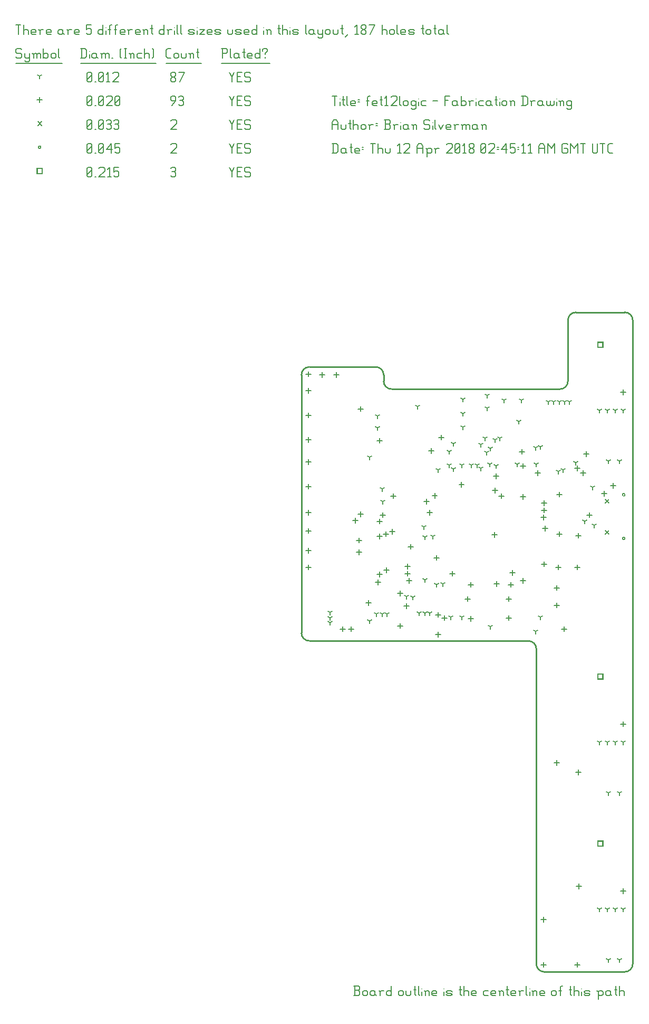
<source format=gbr>
G04 start of page 12 for group -3984 idx -3984 *
G04 Title: fet12logic, fab *
G04 Creator: pcb 20140316 *
G04 CreationDate: Thu 12 Apr 2018 02:45:11 AM GMT UTC *
G04 For: brian *
G04 Format: Gerber/RS-274X *
G04 PCB-Dimensions (mil): 6000.00 5000.00 *
G04 PCB-Coordinate-Origin: lower left *
%MOIN*%
%FSLAX25Y25*%
%LNFAB*%
%ADD133C,0.0100*%
%ADD132C,0.0075*%
%ADD131C,0.0060*%
%ADD130R,0.0080X0.0080*%
G54D130*X367900Y403100D02*X371100D01*
X367900D02*Y399900D01*
X371100D01*
Y403100D02*Y399900D01*
X367900Y193600D02*X371100D01*
X367900D02*Y190400D01*
X371100D01*
Y193600D02*Y190400D01*
X367900Y88100D02*X371100D01*
X367900D02*Y84900D01*
X371100D01*
Y88100D02*Y84900D01*
X13400Y512850D02*X16600D01*
X13400D02*Y509650D01*
X16600D01*
Y512850D02*Y509650D01*
G54D131*X135000Y513500D02*X136500Y510500D01*
X138000Y513500D01*
X136500Y510500D02*Y507500D01*
X139800Y510800D02*X142050D01*
X139800Y507500D02*X142800D01*
X139800Y513500D02*Y507500D01*
Y513500D02*X142800D01*
X147600D02*X148350Y512750D01*
X145350Y513500D02*X147600D01*
X144600Y512750D02*X145350Y513500D01*
X144600Y512750D02*Y511250D01*
X145350Y510500D01*
X147600D01*
X148350Y509750D01*
Y508250D01*
X147600Y507500D02*X148350Y508250D01*
X145350Y507500D02*X147600D01*
X144600Y508250D02*X145350Y507500D01*
X98000Y512750D02*X98750Y513500D01*
X100250D01*
X101000Y512750D01*
X100250Y507500D02*X101000Y508250D01*
X98750Y507500D02*X100250D01*
X98000Y508250D02*X98750Y507500D01*
Y510800D02*X100250D01*
X101000Y512750D02*Y511550D01*
Y510050D02*Y508250D01*
Y510050D02*X100250Y510800D01*
X101000Y511550D02*X100250Y510800D01*
X45000Y508250D02*X45750Y507500D01*
X45000Y512750D02*Y508250D01*
Y512750D02*X45750Y513500D01*
X47250D01*
X48000Y512750D01*
Y508250D01*
X47250Y507500D02*X48000Y508250D01*
X45750Y507500D02*X47250D01*
X45000Y509000D02*X48000Y512000D01*
X49800Y507500D02*X50550D01*
X52350Y512750D02*X53100Y513500D01*
X55350D01*
X56100Y512750D01*
Y511250D01*
X52350Y507500D02*X56100Y511250D01*
X52350Y507500D02*X56100D01*
X57900Y512300D02*X59100Y513500D01*
Y507500D01*
X57900D02*X60150D01*
X61950Y513500D02*X64950D01*
X61950D02*Y510500D01*
X62700Y511250D01*
X64200D01*
X64950Y510500D01*
Y508250D01*
X64200Y507500D02*X64950Y508250D01*
X62700Y507500D02*X64200D01*
X61950Y508250D02*X62700Y507500D01*
X383491Y306780D02*G75*G03X385091Y306780I800J0D01*G01*
G75*G03X383491Y306780I-800J0D01*G01*
Y279220D02*G75*G03X385091Y279220I800J0D01*G01*
G75*G03X383491Y279220I-800J0D01*G01*
X14200Y526250D02*G75*G03X15800Y526250I800J0D01*G01*
G75*G03X14200Y526250I-800J0D01*G01*
X135000Y528500D02*X136500Y525500D01*
X138000Y528500D01*
X136500Y525500D02*Y522500D01*
X139800Y525800D02*X142050D01*
X139800Y522500D02*X142800D01*
X139800Y528500D02*Y522500D01*
Y528500D02*X142800D01*
X147600D02*X148350Y527750D01*
X145350Y528500D02*X147600D01*
X144600Y527750D02*X145350Y528500D01*
X144600Y527750D02*Y526250D01*
X145350Y525500D01*
X147600D01*
X148350Y524750D01*
Y523250D01*
X147600Y522500D02*X148350Y523250D01*
X145350Y522500D02*X147600D01*
X144600Y523250D02*X145350Y522500D01*
X98000Y527750D02*X98750Y528500D01*
X101000D01*
X101750Y527750D01*
Y526250D01*
X98000Y522500D02*X101750Y526250D01*
X98000Y522500D02*X101750D01*
X45000Y523250D02*X45750Y522500D01*
X45000Y527750D02*Y523250D01*
Y527750D02*X45750Y528500D01*
X47250D01*
X48000Y527750D01*
Y523250D01*
X47250Y522500D02*X48000Y523250D01*
X45750Y522500D02*X47250D01*
X45000Y524000D02*X48000Y527000D01*
X49800Y522500D02*X50550D01*
X52350Y523250D02*X53100Y522500D01*
X52350Y527750D02*Y523250D01*
Y527750D02*X53100Y528500D01*
X54600D01*
X55350Y527750D01*
Y523250D01*
X54600Y522500D02*X55350Y523250D01*
X53100Y522500D02*X54600D01*
X52350Y524000D02*X55350Y527000D01*
X57150Y524750D02*X60150Y528500D01*
X57150Y524750D02*X60900D01*
X60150Y528500D02*Y522500D01*
X62700Y528500D02*X65700D01*
X62700D02*Y525500D01*
X63450Y526250D01*
X64950D01*
X65700Y525500D01*
Y523250D01*
X64950Y522500D02*X65700Y523250D01*
X63450Y522500D02*X64950D01*
X62700Y523250D02*X63450Y522500D01*
X372461Y304043D02*X374861Y301643D01*
X372461D02*X374861Y304043D01*
X372461Y284357D02*X374861Y281957D01*
X372461D02*X374861Y284357D01*
X13800Y542450D02*X16200Y540050D01*
X13800D02*X16200Y542450D01*
X135000Y543500D02*X136500Y540500D01*
X138000Y543500D01*
X136500Y540500D02*Y537500D01*
X139800Y540800D02*X142050D01*
X139800Y537500D02*X142800D01*
X139800Y543500D02*Y537500D01*
Y543500D02*X142800D01*
X147600D02*X148350Y542750D01*
X145350Y543500D02*X147600D01*
X144600Y542750D02*X145350Y543500D01*
X144600Y542750D02*Y541250D01*
X145350Y540500D01*
X147600D01*
X148350Y539750D01*
Y538250D01*
X147600Y537500D02*X148350Y538250D01*
X145350Y537500D02*X147600D01*
X144600Y538250D02*X145350Y537500D01*
X98000Y542750D02*X98750Y543500D01*
X101000D01*
X101750Y542750D01*
Y541250D01*
X98000Y537500D02*X101750Y541250D01*
X98000Y537500D02*X101750D01*
X45000Y538250D02*X45750Y537500D01*
X45000Y542750D02*Y538250D01*
Y542750D02*X45750Y543500D01*
X47250D01*
X48000Y542750D01*
Y538250D01*
X47250Y537500D02*X48000Y538250D01*
X45750Y537500D02*X47250D01*
X45000Y539000D02*X48000Y542000D01*
X49800Y537500D02*X50550D01*
X52350Y538250D02*X53100Y537500D01*
X52350Y542750D02*Y538250D01*
Y542750D02*X53100Y543500D01*
X54600D01*
X55350Y542750D01*
Y538250D01*
X54600Y537500D02*X55350Y538250D01*
X53100Y537500D02*X54600D01*
X52350Y539000D02*X55350Y542000D01*
X57150Y542750D02*X57900Y543500D01*
X59400D01*
X60150Y542750D01*
X59400Y537500D02*X60150Y538250D01*
X57900Y537500D02*X59400D01*
X57150Y538250D02*X57900Y537500D01*
Y540800D02*X59400D01*
X60150Y542750D02*Y541550D01*
Y540050D02*Y538250D01*
Y540050D02*X59400Y540800D01*
X60150Y541550D02*X59400Y540800D01*
X61950Y542750D02*X62700Y543500D01*
X64200D01*
X64950Y542750D01*
X64200Y537500D02*X64950Y538250D01*
X62700Y537500D02*X64200D01*
X61950Y538250D02*X62700Y537500D01*
Y540800D02*X64200D01*
X64950Y542750D02*Y541550D01*
Y540050D02*Y538250D01*
Y540050D02*X64200Y540800D01*
X64950Y541550D02*X64200Y540800D01*
X262500Y336100D02*Y332900D01*
X260900Y334500D02*X264100D01*
X362500Y295600D02*Y292400D01*
X360900Y294000D02*X364100D01*
X334000Y298600D02*Y295400D01*
X332400Y297000D02*X335600D01*
X334000Y303100D02*Y299900D01*
X332400Y301500D02*X335600D01*
X343500Y308600D02*Y305400D01*
X341900Y307000D02*X345100D01*
X358500Y322100D02*Y318900D01*
X356900Y320500D02*X360100D01*
X355000Y325100D02*Y321900D01*
X353400Y323500D02*X356600D01*
X333500Y294100D02*Y290900D01*
X331900Y292500D02*X335100D01*
X377500Y314100D02*Y310900D01*
X375900Y312500D02*X379100D01*
X384000Y373100D02*Y369900D01*
X382400Y371500D02*X385600D01*
X372000Y309100D02*Y305900D01*
X370400Y307500D02*X373600D01*
X320000Y335600D02*Y332400D01*
X318400Y334000D02*X321600D01*
X330000Y322100D02*Y318900D01*
X328400Y320500D02*X331600D01*
X320500Y326600D02*Y323400D01*
X318900Y325000D02*X322100D01*
X360500Y334100D02*Y330900D01*
X358900Y332500D02*X362100D01*
X343500Y283600D02*Y280400D01*
X341900Y282000D02*X345100D01*
X343000Y262600D02*Y259400D01*
X341400Y261000D02*X344600D01*
X355500Y282600D02*Y279400D01*
X353900Y281000D02*X357100D01*
X355000Y262600D02*Y259400D01*
X353400Y261000D02*X356600D01*
X334000Y264600D02*Y261400D01*
X332400Y263000D02*X335600D01*
X311500Y242600D02*Y239400D01*
X309900Y241000D02*X313100D01*
X313000Y251600D02*Y248400D01*
X311400Y250000D02*X314600D01*
X311500Y230600D02*Y227400D01*
X309900Y229000D02*X313100D01*
X287500Y251600D02*Y248400D01*
X285900Y250000D02*X289100D01*
X269000Y344600D02*Y341400D01*
X267400Y343000D02*X270600D01*
X281736Y314864D02*Y311664D01*
X280136Y313264D02*X283336D01*
X259500Y304100D02*Y300900D01*
X257900Y302500D02*X261100D01*
X264800Y307800D02*Y304600D01*
X263200Y306200D02*X266400D01*
X238500Y307600D02*Y304400D01*
X236900Y306000D02*X240100D01*
X303500Y320100D02*Y316900D01*
X301900Y318500D02*X305100D01*
X334500Y287100D02*Y283900D01*
X332900Y285500D02*X336100D01*
X248500Y254100D02*Y250900D01*
X246900Y252500D02*X250100D01*
X247500Y258600D02*Y255400D01*
X245900Y257000D02*X249100D01*
X247500Y263100D02*Y259900D01*
X245900Y261500D02*X249100D01*
X266000Y268600D02*Y265400D01*
X264400Y267000D02*X267600D01*
X276000Y258600D02*Y255400D01*
X274400Y257000D02*X277600D01*
X249500Y275600D02*Y272400D01*
X247900Y274000D02*X251100D01*
X303000Y311100D02*Y307900D01*
X301400Y309500D02*X304600D01*
X307000Y307600D02*Y304400D01*
X305400Y306000D02*X308600D01*
X287500Y230100D02*Y226900D01*
X285900Y228500D02*X289100D01*
X285500Y242600D02*Y239400D01*
X283900Y241000D02*X287100D01*
X302500Y283100D02*Y279900D01*
X300900Y281500D02*X304100D01*
X320500Y307100D02*Y303900D01*
X318900Y305500D02*X322100D01*
X314000Y259100D02*Y255900D01*
X312400Y257500D02*X315600D01*
X320500Y254100D02*Y250900D01*
X318900Y252500D02*X322100D01*
X346500Y223600D02*Y220400D01*
X344900Y222000D02*X348100D01*
X342000Y238600D02*Y235400D01*
X340400Y237000D02*X343600D01*
X342000Y249600D02*Y246400D01*
X340400Y248000D02*X343600D01*
X218000Y362600D02*Y359400D01*
X216400Y361000D02*X219600D01*
X230000Y342600D02*Y339400D01*
X228400Y341000D02*X231600D01*
X234280Y260820D02*Y257620D01*
X232680Y259220D02*X235880D01*
X218000Y296100D02*Y292900D01*
X216400Y294500D02*X219600D01*
X214500Y292100D02*Y288900D01*
X212900Y290500D02*X216100D01*
X217000Y279600D02*Y276400D01*
X215400Y278000D02*X218600D01*
X230000Y291600D02*Y288400D01*
X228400Y290000D02*X231600D01*
X217000Y272100D02*Y268900D01*
X215400Y270500D02*X218600D01*
X232000Y295600D02*Y292400D01*
X230400Y294000D02*X233600D01*
X230000Y282100D02*Y278900D01*
X228400Y280500D02*X231600D01*
X234000Y283600D02*Y280400D01*
X232400Y282000D02*X235600D01*
X238000Y285100D02*Y281900D01*
X236400Y283500D02*X239600D01*
X243000Y246100D02*Y242900D01*
X241400Y244500D02*X244600D01*
X223000Y240100D02*Y236900D01*
X221400Y238500D02*X224600D01*
X229000Y253100D02*Y249900D01*
X227400Y251500D02*X230600D01*
X230000Y258100D02*Y254900D01*
X228400Y256500D02*X231600D01*
X384000Y163600D02*Y160400D01*
X382400Y162000D02*X385600D01*
X384000Y58100D02*Y54900D01*
X382400Y56500D02*X385600D01*
X342000Y139100D02*Y135900D01*
X340400Y137500D02*X343600D01*
X356000Y61100D02*Y57900D01*
X354400Y59500D02*X357600D01*
X185000Y384600D02*Y381400D01*
X183400Y383000D02*X186600D01*
X202500Y384100D02*Y380900D01*
X200900Y382500D02*X204100D01*
X193500Y384100D02*Y380900D01*
X191900Y382500D02*X195100D01*
X333500Y11600D02*Y8400D01*
X331900Y10000D02*X335100D01*
X333500Y40100D02*Y36900D01*
X331900Y38500D02*X335100D01*
X355000Y11600D02*Y8400D01*
X353400Y10000D02*X356600D01*
X355500Y133100D02*Y129900D01*
X353900Y131500D02*X357100D01*
X185000Y262600D02*Y259400D01*
X183400Y261000D02*X186600D01*
X185000Y374100D02*Y370900D01*
X183400Y372500D02*X186600D01*
X185000Y358600D02*Y355400D01*
X183400Y357000D02*X186600D01*
X185000Y343100D02*Y339900D01*
X183400Y341500D02*X186600D01*
X185000Y329100D02*Y325900D01*
X183400Y327500D02*X186600D01*
X185000Y313600D02*Y310400D01*
X183400Y312000D02*X186600D01*
X185000Y297100D02*Y293900D01*
X183400Y295500D02*X186600D01*
X185000Y285600D02*Y282400D01*
X183400Y284000D02*X186600D01*
X185000Y273100D02*Y269900D01*
X183400Y271500D02*X186600D01*
X267000Y220100D02*Y216900D01*
X265400Y218500D02*X268600D01*
X206500Y223600D02*Y220400D01*
X204900Y222000D02*X208100D01*
X212000Y223600D02*Y220400D01*
X210400Y222000D02*X213600D01*
X304000Y252100D02*Y248900D01*
X302400Y250500D02*X305600D01*
X261500Y297100D02*Y293900D01*
X259900Y295500D02*X263100D01*
X243000Y225600D02*Y222400D01*
X241400Y224000D02*X244600D01*
X247000Y238100D02*Y234900D01*
X245400Y236500D02*X248600D01*
X271000Y230600D02*Y227400D01*
X269400Y229000D02*X272600D01*
X267000Y232600D02*Y229400D01*
X265400Y231000D02*X268600D01*
X15000Y557850D02*Y554650D01*
X13400Y556250D02*X16600D01*
X135000Y558500D02*X136500Y555500D01*
X138000Y558500D01*
X136500Y555500D02*Y552500D01*
X139800Y555800D02*X142050D01*
X139800Y552500D02*X142800D01*
X139800Y558500D02*Y552500D01*
Y558500D02*X142800D01*
X147600D02*X148350Y557750D01*
X145350Y558500D02*X147600D01*
X144600Y557750D02*X145350Y558500D01*
X144600Y557750D02*Y556250D01*
X145350Y555500D01*
X147600D01*
X148350Y554750D01*
Y553250D01*
X147600Y552500D02*X148350Y553250D01*
X145350Y552500D02*X147600D01*
X144600Y553250D02*X145350Y552500D01*
X98750D02*X101000Y555500D01*
Y557750D02*Y555500D01*
X100250Y558500D02*X101000Y557750D01*
X98750Y558500D02*X100250D01*
X98000Y557750D02*X98750Y558500D01*
X98000Y557750D02*Y556250D01*
X98750Y555500D01*
X101000D01*
X102800Y557750D02*X103550Y558500D01*
X105050D01*
X105800Y557750D01*
X105050Y552500D02*X105800Y553250D01*
X103550Y552500D02*X105050D01*
X102800Y553250D02*X103550Y552500D01*
Y555800D02*X105050D01*
X105800Y557750D02*Y556550D01*
Y555050D02*Y553250D01*
Y555050D02*X105050Y555800D01*
X105800Y556550D02*X105050Y555800D01*
X45000Y553250D02*X45750Y552500D01*
X45000Y557750D02*Y553250D01*
Y557750D02*X45750Y558500D01*
X47250D01*
X48000Y557750D01*
Y553250D01*
X47250Y552500D02*X48000Y553250D01*
X45750Y552500D02*X47250D01*
X45000Y554000D02*X48000Y557000D01*
X49800Y552500D02*X50550D01*
X52350Y553250D02*X53100Y552500D01*
X52350Y557750D02*Y553250D01*
Y557750D02*X53100Y558500D01*
X54600D01*
X55350Y557750D01*
Y553250D01*
X54600Y552500D02*X55350Y553250D01*
X53100Y552500D02*X54600D01*
X52350Y554000D02*X55350Y557000D01*
X57150Y557750D02*X57900Y558500D01*
X60150D01*
X60900Y557750D01*
Y556250D01*
X57150Y552500D02*X60900Y556250D01*
X57150Y552500D02*X60900D01*
X62700Y553250D02*X63450Y552500D01*
X62700Y557750D02*Y553250D01*
Y557750D02*X63450Y558500D01*
X64950D01*
X65700Y557750D01*
Y553250D01*
X64950Y552500D02*X65700Y553250D01*
X63450Y552500D02*X64950D01*
X62700Y554000D02*X65700Y557000D01*
X365500Y287500D02*Y285900D01*
Y287500D02*X366887Y288300D01*
X365500Y287500D02*X364113Y288300D01*
X359500Y290000D02*Y288400D01*
Y290000D02*X360887Y290800D01*
X359500Y290000D02*X358113Y290800D01*
X343000Y321500D02*Y319900D01*
Y321500D02*X344387Y322300D01*
X343000Y321500D02*X341613Y322300D01*
X364500Y311500D02*Y309900D01*
Y311500D02*X365887Y312300D01*
X364500Y311500D02*X363113Y312300D01*
X346000Y322500D02*Y320900D01*
Y322500D02*X347387Y323300D01*
X346000Y322500D02*X344613Y323300D01*
X354000Y327000D02*Y325400D01*
Y327000D02*X355387Y327800D01*
X354000Y327000D02*X352613Y327800D01*
X384000Y360000D02*Y358400D01*
Y360000D02*X385387Y360800D01*
X384000Y360000D02*X382613Y360800D01*
X379000Y360000D02*Y358400D01*
Y360000D02*X380387Y360800D01*
X379000Y360000D02*X377613Y360800D01*
X374500Y328000D02*Y326400D01*
Y328000D02*X375887Y328800D01*
X374500Y328000D02*X373113Y328800D01*
X381500Y328000D02*Y326400D01*
Y328000D02*X382887Y328800D01*
X381500Y328000D02*X380113Y328800D01*
X374000Y360000D02*Y358400D01*
Y360000D02*X375387Y360800D01*
X374000Y360000D02*X372613Y360800D01*
X369000Y360000D02*Y358400D01*
Y360000D02*X370387Y360800D01*
X369000Y360000D02*X367613Y360800D01*
X276500Y339000D02*Y337400D01*
Y339000D02*X277887Y339800D01*
X276500Y339000D02*X275113Y339800D01*
X282500Y349500D02*Y347900D01*
Y349500D02*X283887Y350300D01*
X282500Y349500D02*X281113Y350300D01*
X331500Y337000D02*Y335400D01*
Y337000D02*X332887Y337800D01*
X331500Y337000D02*X330113Y337800D01*
X318000Y353000D02*Y351400D01*
Y353000D02*X319387Y353800D01*
X318000Y353000D02*X316613Y353800D01*
X308500Y366500D02*Y364900D01*
Y366500D02*X309887Y367300D01*
X308500Y366500D02*X307113Y367300D01*
X298000Y369500D02*Y367900D01*
Y369500D02*X299387Y370300D01*
X298000Y369500D02*X296613Y370300D01*
X298000Y361500D02*Y359900D01*
Y361500D02*X299387Y362300D01*
X298000Y361500D02*X296613Y362300D01*
X319500Y366500D02*Y364900D01*
Y366500D02*X320887Y367300D01*
X319500Y366500D02*X318113Y367300D01*
X340000Y365500D02*Y363900D01*
Y365500D02*X341387Y366300D01*
X340000Y365500D02*X338613Y366300D01*
X343500Y365500D02*Y363900D01*
Y365500D02*X344887Y366300D01*
X343500Y365500D02*X342113Y366300D01*
X347000Y365500D02*Y363900D01*
Y365500D02*X348387Y366300D01*
X347000Y365500D02*X345613Y366300D01*
X350000Y365500D02*Y363900D01*
Y365500D02*X351387Y366300D01*
X350000Y365500D02*X348613Y366300D01*
X329000Y326000D02*Y324400D01*
Y326000D02*X330387Y326800D01*
X329000Y326000D02*X327613Y326800D01*
X336500Y365500D02*Y363900D01*
Y365500D02*X337887Y366300D01*
X336500Y365500D02*X335113Y366300D01*
X282500Y367000D02*Y365400D01*
Y367000D02*X283887Y367800D01*
X282500Y367000D02*X281113Y367800D01*
X297500Y333500D02*Y331900D01*
Y333500D02*X298887Y334300D01*
X297500Y333500D02*X296113Y334300D01*
X303000Y341500D02*Y339900D01*
Y341500D02*X304387Y342300D01*
X303000Y341500D02*X301613Y342300D01*
X306000Y342500D02*Y340900D01*
Y342500D02*X307387Y343300D01*
X306000Y342500D02*X304613Y343300D01*
X299500Y326000D02*Y324400D01*
Y326000D02*X300887Y326800D01*
X299500Y326000D02*X298113Y326800D01*
X328500Y336500D02*Y334900D01*
Y336500D02*X329887Y337300D01*
X328500Y336500D02*X327113Y337300D01*
X317000Y326000D02*Y324400D01*
Y326000D02*X318387Y326800D01*
X317000Y326000D02*X315613Y326800D01*
X291500Y325500D02*Y323900D01*
Y325500D02*X292887Y326300D01*
X291500Y325500D02*X290113Y326300D01*
X296500Y342500D02*Y340900D01*
Y342500D02*X297887Y343300D01*
X296500Y342500D02*X295113Y343300D01*
X300000Y336000D02*Y334400D01*
Y336000D02*X301387Y336800D01*
X300000Y336000D02*X298613Y336800D01*
X294000Y338500D02*Y336900D01*
Y338500D02*X295387Y339300D01*
X294000Y338500D02*X292613Y339300D01*
X282500Y358000D02*Y356400D01*
Y358000D02*X283887Y358800D01*
X282500Y358000D02*X281113Y358800D01*
X254000Y362500D02*Y360900D01*
Y362500D02*X255387Y363300D01*
X254000Y362500D02*X252613Y363300D01*
X294000Y323500D02*Y321900D01*
Y323500D02*X295387Y324300D01*
X294000Y323500D02*X292613Y324300D01*
X288000Y325500D02*Y323900D01*
Y325500D02*X289387Y326300D01*
X288000Y325500D02*X286613Y326300D01*
X282000Y325500D02*Y323900D01*
Y325500D02*X283387Y326300D01*
X282000Y325500D02*X280613Y326300D01*
X258500Y280000D02*Y278400D01*
Y280000D02*X259887Y280800D01*
X258500Y280000D02*X257113Y280800D01*
X274000Y334000D02*Y332400D01*
Y334000D02*X275387Y334800D01*
X274000Y334000D02*X272613Y334800D01*
X274000Y325500D02*Y323900D01*
Y325500D02*X275387Y326300D01*
X274000Y325500D02*X272613Y326300D01*
X267000Y322500D02*Y320900D01*
Y322500D02*X268387Y323300D01*
X267000Y322500D02*X265613Y323300D01*
X276500Y323000D02*Y321400D01*
Y323000D02*X277887Y323800D01*
X276500Y323000D02*X275113Y323800D01*
X231500Y310500D02*Y308900D01*
Y310500D02*X232887Y311300D01*
X231500Y310500D02*X230113Y311300D01*
X232000Y302500D02*Y300900D01*
Y302500D02*X233387Y303300D01*
X232000Y302500D02*X230613Y303300D01*
X303500Y325000D02*Y323400D01*
Y325000D02*X304887Y325800D01*
X303500Y325000D02*X302113Y325800D01*
X328500Y220500D02*Y218900D01*
Y220500D02*X329887Y221300D01*
X328500Y220500D02*X327113Y221300D01*
X331500Y229500D02*Y227900D01*
Y229500D02*X332887Y230300D01*
X331500Y229500D02*X330113Y230300D01*
X258500Y253000D02*Y251400D01*
Y253000D02*X259887Y253800D01*
X258500Y253000D02*X257113Y253800D01*
X258000Y286500D02*Y284900D01*
Y286500D02*X259387Y287300D01*
X258000Y286500D02*X256613Y287300D01*
X270000Y250500D02*Y248900D01*
Y250500D02*X271387Y251300D01*
X270000Y250500D02*X268613Y251300D01*
X265989Y249989D02*Y248389D01*
Y249989D02*X267376Y250789D01*
X265989Y249989D02*X264602Y250789D01*
X263500Y280500D02*Y278900D01*
Y280500D02*X264887Y281300D01*
X263500Y280500D02*X262113Y281300D01*
X282000Y229500D02*Y227900D01*
Y229500D02*X283387Y230300D01*
X282000Y229500D02*X280613Y230300D01*
X275000Y229500D02*Y227900D01*
Y229500D02*X276387Y230300D01*
X275000Y229500D02*X273613Y230300D01*
X228500Y349000D02*Y347400D01*
Y349000D02*X229887Y349800D01*
X228500Y349000D02*X227113Y349800D01*
X228500Y356500D02*Y354900D01*
Y356500D02*X229887Y357300D01*
X228500Y356500D02*X227113Y357300D01*
X223500Y330500D02*Y328900D01*
Y330500D02*X224887Y331300D01*
X223500Y330500D02*X222113Y331300D01*
X384000Y150500D02*Y148900D01*
Y150500D02*X385387Y151300D01*
X384000Y150500D02*X382613Y151300D01*
X379000Y150500D02*Y148900D01*
Y150500D02*X380387Y151300D01*
X379000Y150500D02*X377613Y151300D01*
X374500Y118500D02*Y116900D01*
Y118500D02*X375887Y119300D01*
X374500Y118500D02*X373113Y119300D01*
X381500Y118500D02*Y116900D01*
Y118500D02*X382887Y119300D01*
X381500Y118500D02*X380113Y119300D01*
X374000Y150500D02*Y148900D01*
Y150500D02*X375387Y151300D01*
X374000Y150500D02*X372613Y151300D01*
X369000Y150500D02*Y148900D01*
Y150500D02*X370387Y151300D01*
X369000Y150500D02*X367613Y151300D01*
X384000Y45000D02*Y43400D01*
Y45000D02*X385387Y45800D01*
X384000Y45000D02*X382613Y45800D01*
X379000Y45000D02*Y43400D01*
Y45000D02*X380387Y45800D01*
X379000Y45000D02*X377613Y45800D01*
X374500Y13000D02*Y11400D01*
Y13000D02*X375887Y13800D01*
X374500Y13000D02*X373113Y13800D01*
X381500Y13000D02*Y11400D01*
Y13000D02*X382887Y13800D01*
X381500Y13000D02*X380113Y13800D01*
X374000Y45000D02*Y43400D01*
Y45000D02*X375387Y45800D01*
X374000Y45000D02*X372613Y45800D01*
X369000Y45000D02*Y43400D01*
Y45000D02*X370387Y45800D01*
X369000Y45000D02*X367613Y45800D01*
X223500Y227000D02*Y225400D01*
Y227000D02*X224887Y227800D01*
X223500Y227000D02*X222113Y227800D01*
X261500Y232000D02*Y230400D01*
Y232000D02*X262887Y232800D01*
X261500Y232000D02*X260113Y232800D01*
X258500Y232000D02*Y230400D01*
Y232000D02*X259887Y232800D01*
X258500Y232000D02*X257113Y232800D01*
X255000Y232000D02*Y230400D01*
Y232000D02*X256387Y232800D01*
X255000Y232000D02*X253613Y232800D01*
X234500Y231500D02*Y229900D01*
Y231500D02*X235887Y232300D01*
X234500Y231500D02*X233113Y232300D01*
X231500Y231500D02*Y229900D01*
Y231500D02*X232887Y232300D01*
X231500Y231500D02*X230113Y232300D01*
X228000Y231500D02*Y229900D01*
Y231500D02*X229387Y232300D01*
X228000Y231500D02*X226613Y232300D01*
X251000Y242000D02*Y240400D01*
Y242000D02*X252387Y242800D01*
X251000Y242000D02*X249613Y242800D01*
X300000Y223500D02*Y221900D01*
Y223500D02*X301387Y224300D01*
X300000Y223500D02*X298613Y224300D01*
X247000Y242500D02*Y240900D01*
Y242500D02*X248387Y243300D01*
X247000Y242500D02*X245613Y243300D01*
X198500Y226000D02*Y224400D01*
Y226000D02*X199887Y226800D01*
X198500Y226000D02*X197113Y226800D01*
X198500Y229000D02*Y227400D01*
Y229000D02*X199887Y229800D01*
X198500Y229000D02*X197113Y229800D01*
X198500Y232500D02*Y230900D01*
Y232500D02*X199887Y233300D01*
X198500Y232500D02*X197113Y233300D01*
X15000Y571250D02*Y569650D01*
Y571250D02*X16387Y572050D01*
X15000Y571250D02*X13613Y572050D01*
X135000Y573500D02*X136500Y570500D01*
X138000Y573500D01*
X136500Y570500D02*Y567500D01*
X139800Y570800D02*X142050D01*
X139800Y567500D02*X142800D01*
X139800Y573500D02*Y567500D01*
Y573500D02*X142800D01*
X147600D02*X148350Y572750D01*
X145350Y573500D02*X147600D01*
X144600Y572750D02*X145350Y573500D01*
X144600Y572750D02*Y571250D01*
X145350Y570500D01*
X147600D01*
X148350Y569750D01*
Y568250D01*
X147600Y567500D02*X148350Y568250D01*
X145350Y567500D02*X147600D01*
X144600Y568250D02*X145350Y567500D01*
X98000Y568250D02*X98750Y567500D01*
X98000Y569450D02*Y568250D01*
Y569450D02*X99050Y570500D01*
X99950D01*
X101000Y569450D01*
Y568250D01*
X100250Y567500D02*X101000Y568250D01*
X98750Y567500D02*X100250D01*
X98000Y571550D02*X99050Y570500D01*
X98000Y572750D02*Y571550D01*
Y572750D02*X98750Y573500D01*
X100250D01*
X101000Y572750D01*
Y571550D01*
X99950Y570500D02*X101000Y571550D01*
X103550Y567500D02*X106550Y573500D01*
X102800D02*X106550D01*
X45000Y568250D02*X45750Y567500D01*
X45000Y572750D02*Y568250D01*
Y572750D02*X45750Y573500D01*
X47250D01*
X48000Y572750D01*
Y568250D01*
X47250Y567500D02*X48000Y568250D01*
X45750Y567500D02*X47250D01*
X45000Y569000D02*X48000Y572000D01*
X49800Y567500D02*X50550D01*
X52350Y568250D02*X53100Y567500D01*
X52350Y572750D02*Y568250D01*
Y572750D02*X53100Y573500D01*
X54600D01*
X55350Y572750D01*
Y568250D01*
X54600Y567500D02*X55350Y568250D01*
X53100Y567500D02*X54600D01*
X52350Y569000D02*X55350Y572000D01*
X57150Y572300D02*X58350Y573500D01*
Y567500D01*
X57150D02*X59400D01*
X61200Y572750D02*X61950Y573500D01*
X64200D01*
X64950Y572750D01*
Y571250D01*
X61200Y567500D02*X64950Y571250D01*
X61200Y567500D02*X64950D01*
X3000Y588500D02*X3750Y587750D01*
X750Y588500D02*X3000D01*
X0Y587750D02*X750Y588500D01*
X0Y587750D02*Y586250D01*
X750Y585500D01*
X3000D01*
X3750Y584750D01*
Y583250D01*
X3000Y582500D02*X3750Y583250D01*
X750Y582500D02*X3000D01*
X0Y583250D02*X750Y582500D01*
X5550Y585500D02*Y583250D01*
X6300Y582500D01*
X8550Y585500D02*Y581000D01*
X7800Y580250D02*X8550Y581000D01*
X6300Y580250D02*X7800D01*
X5550Y581000D02*X6300Y580250D01*
Y582500D02*X7800D01*
X8550Y583250D01*
X11100Y584750D02*Y582500D01*
Y584750D02*X11850Y585500D01*
X12600D01*
X13350Y584750D01*
Y582500D01*
Y584750D02*X14100Y585500D01*
X14850D01*
X15600Y584750D01*
Y582500D01*
X10350Y585500D02*X11100Y584750D01*
X17400Y588500D02*Y582500D01*
Y583250D02*X18150Y582500D01*
X19650D01*
X20400Y583250D01*
Y584750D02*Y583250D01*
X19650Y585500D02*X20400Y584750D01*
X18150Y585500D02*X19650D01*
X17400Y584750D02*X18150Y585500D01*
X22200Y584750D02*Y583250D01*
Y584750D02*X22950Y585500D01*
X24450D01*
X25200Y584750D01*
Y583250D01*
X24450Y582500D02*X25200Y583250D01*
X22950Y582500D02*X24450D01*
X22200Y583250D02*X22950Y582500D01*
X27000Y588500D02*Y583250D01*
X27750Y582500D01*
X0Y579250D02*X29250D01*
X41750Y588500D02*Y582500D01*
X43700Y588500D02*X44750Y587450D01*
Y583550D01*
X43700Y582500D02*X44750Y583550D01*
X41000Y582500D02*X43700D01*
X41000Y588500D02*X43700D01*
G54D132*X46550Y587000D02*Y586850D01*
G54D131*Y584750D02*Y582500D01*
X50300Y585500D02*X51050Y584750D01*
X48800Y585500D02*X50300D01*
X48050Y584750D02*X48800Y585500D01*
X48050Y584750D02*Y583250D01*
X48800Y582500D01*
X51050Y585500D02*Y583250D01*
X51800Y582500D01*
X48800D02*X50300D01*
X51050Y583250D01*
X54350Y584750D02*Y582500D01*
Y584750D02*X55100Y585500D01*
X55850D01*
X56600Y584750D01*
Y582500D01*
Y584750D02*X57350Y585500D01*
X58100D01*
X58850Y584750D01*
Y582500D01*
X53600Y585500D02*X54350Y584750D01*
X60650Y582500D02*X61400D01*
X65900Y583250D02*X66650Y582500D01*
X65900Y587750D02*X66650Y588500D01*
X65900Y587750D02*Y583250D01*
X68450Y588500D02*X69950D01*
X69200D02*Y582500D01*
X68450D02*X69950D01*
X72500Y584750D02*Y582500D01*
Y584750D02*X73250Y585500D01*
X74000D01*
X74750Y584750D01*
Y582500D01*
X71750Y585500D02*X72500Y584750D01*
X77300Y585500D02*X79550D01*
X76550Y584750D02*X77300Y585500D01*
X76550Y584750D02*Y583250D01*
X77300Y582500D01*
X79550D01*
X81350Y588500D02*Y582500D01*
Y584750D02*X82100Y585500D01*
X83600D01*
X84350Y584750D01*
Y582500D01*
X86150Y588500D02*X86900Y587750D01*
Y583250D01*
X86150Y582500D02*X86900Y583250D01*
X41000Y579250D02*X88700D01*
X96050Y582500D02*X98000D01*
X95000Y583550D02*X96050Y582500D01*
X95000Y587450D02*Y583550D01*
Y587450D02*X96050Y588500D01*
X98000D01*
X99800Y584750D02*Y583250D01*
Y584750D02*X100550Y585500D01*
X102050D01*
X102800Y584750D01*
Y583250D01*
X102050Y582500D02*X102800Y583250D01*
X100550Y582500D02*X102050D01*
X99800Y583250D02*X100550Y582500D01*
X104600Y585500D02*Y583250D01*
X105350Y582500D01*
X106850D01*
X107600Y583250D01*
Y585500D02*Y583250D01*
X110150Y584750D02*Y582500D01*
Y584750D02*X110900Y585500D01*
X111650D01*
X112400Y584750D01*
Y582500D01*
X109400Y585500D02*X110150Y584750D01*
X114950Y588500D02*Y583250D01*
X115700Y582500D01*
X114200Y586250D02*X115700D01*
X95000Y579250D02*X117200D01*
X130750Y588500D02*Y582500D01*
X130000Y588500D02*X133000D01*
X133750Y587750D01*
Y586250D01*
X133000Y585500D02*X133750Y586250D01*
X130750Y585500D02*X133000D01*
X135550Y588500D02*Y583250D01*
X136300Y582500D01*
X140050Y585500D02*X140800Y584750D01*
X138550Y585500D02*X140050D01*
X137800Y584750D02*X138550Y585500D01*
X137800Y584750D02*Y583250D01*
X138550Y582500D01*
X140800Y585500D02*Y583250D01*
X141550Y582500D01*
X138550D02*X140050D01*
X140800Y583250D01*
X144100Y588500D02*Y583250D01*
X144850Y582500D01*
X143350Y586250D02*X144850D01*
X147100Y582500D02*X149350D01*
X146350Y583250D02*X147100Y582500D01*
X146350Y584750D02*Y583250D01*
Y584750D02*X147100Y585500D01*
X148600D01*
X149350Y584750D01*
X146350Y584000D02*X149350D01*
Y584750D02*Y584000D01*
X154150Y588500D02*Y582500D01*
X153400D02*X154150Y583250D01*
X151900Y582500D02*X153400D01*
X151150Y583250D02*X151900Y582500D01*
X151150Y584750D02*Y583250D01*
Y584750D02*X151900Y585500D01*
X153400D01*
X154150Y584750D01*
X157450Y585500D02*Y584750D01*
Y583250D02*Y582500D01*
X155950Y587750D02*Y587000D01*
Y587750D02*X156700Y588500D01*
X158200D01*
X158950Y587750D01*
Y587000D01*
X157450Y585500D02*X158950Y587000D01*
X130000Y579250D02*X160750D01*
X0Y603500D02*X3000D01*
X1500D02*Y597500D01*
X4800Y603500D02*Y597500D01*
Y599750D02*X5550Y600500D01*
X7050D01*
X7800Y599750D01*
Y597500D01*
X10350D02*X12600D01*
X9600Y598250D02*X10350Y597500D01*
X9600Y599750D02*Y598250D01*
Y599750D02*X10350Y600500D01*
X11850D01*
X12600Y599750D01*
X9600Y599000D02*X12600D01*
Y599750D02*Y599000D01*
X15150Y599750D02*Y597500D01*
Y599750D02*X15900Y600500D01*
X17400D01*
X14400D02*X15150Y599750D01*
X19950Y597500D02*X22200D01*
X19200Y598250D02*X19950Y597500D01*
X19200Y599750D02*Y598250D01*
Y599750D02*X19950Y600500D01*
X21450D01*
X22200Y599750D01*
X19200Y599000D02*X22200D01*
Y599750D02*Y599000D01*
X28950Y600500D02*X29700Y599750D01*
X27450Y600500D02*X28950D01*
X26700Y599750D02*X27450Y600500D01*
X26700Y599750D02*Y598250D01*
X27450Y597500D01*
X29700Y600500D02*Y598250D01*
X30450Y597500D01*
X27450D02*X28950D01*
X29700Y598250D01*
X33000Y599750D02*Y597500D01*
Y599750D02*X33750Y600500D01*
X35250D01*
X32250D02*X33000Y599750D01*
X37800Y597500D02*X40050D01*
X37050Y598250D02*X37800Y597500D01*
X37050Y599750D02*Y598250D01*
Y599750D02*X37800Y600500D01*
X39300D01*
X40050Y599750D01*
X37050Y599000D02*X40050D01*
Y599750D02*Y599000D01*
X44550Y603500D02*X47550D01*
X44550D02*Y600500D01*
X45300Y601250D01*
X46800D01*
X47550Y600500D01*
Y598250D01*
X46800Y597500D02*X47550Y598250D01*
X45300Y597500D02*X46800D01*
X44550Y598250D02*X45300Y597500D01*
X55050Y603500D02*Y597500D01*
X54300D02*X55050Y598250D01*
X52800Y597500D02*X54300D01*
X52050Y598250D02*X52800Y597500D01*
X52050Y599750D02*Y598250D01*
Y599750D02*X52800Y600500D01*
X54300D01*
X55050Y599750D01*
G54D132*X56850Y602000D02*Y601850D01*
G54D131*Y599750D02*Y597500D01*
X59100Y602750D02*Y597500D01*
Y602750D02*X59850Y603500D01*
X60600D01*
X58350Y600500D02*X59850D01*
X62850Y602750D02*Y597500D01*
Y602750D02*X63600Y603500D01*
X64350D01*
X62100Y600500D02*X63600D01*
X66600Y597500D02*X68850D01*
X65850Y598250D02*X66600Y597500D01*
X65850Y599750D02*Y598250D01*
Y599750D02*X66600Y600500D01*
X68100D01*
X68850Y599750D01*
X65850Y599000D02*X68850D01*
Y599750D02*Y599000D01*
X71400Y599750D02*Y597500D01*
Y599750D02*X72150Y600500D01*
X73650D01*
X70650D02*X71400Y599750D01*
X76200Y597500D02*X78450D01*
X75450Y598250D02*X76200Y597500D01*
X75450Y599750D02*Y598250D01*
Y599750D02*X76200Y600500D01*
X77700D01*
X78450Y599750D01*
X75450Y599000D02*X78450D01*
Y599750D02*Y599000D01*
X81000Y599750D02*Y597500D01*
Y599750D02*X81750Y600500D01*
X82500D01*
X83250Y599750D01*
Y597500D01*
X80250Y600500D02*X81000Y599750D01*
X85800Y603500D02*Y598250D01*
X86550Y597500D01*
X85050Y601250D02*X86550D01*
X93750Y603500D02*Y597500D01*
X93000D02*X93750Y598250D01*
X91500Y597500D02*X93000D01*
X90750Y598250D02*X91500Y597500D01*
X90750Y599750D02*Y598250D01*
Y599750D02*X91500Y600500D01*
X93000D01*
X93750Y599750D01*
X96300D02*Y597500D01*
Y599750D02*X97050Y600500D01*
X98550D01*
X95550D02*X96300Y599750D01*
G54D132*X100350Y602000D02*Y601850D01*
G54D131*Y599750D02*Y597500D01*
X101850Y603500D02*Y598250D01*
X102600Y597500D01*
X104100Y603500D02*Y598250D01*
X104850Y597500D01*
X109800D02*X112050D01*
X112800Y598250D01*
X112050Y599000D02*X112800Y598250D01*
X109800Y599000D02*X112050D01*
X109050Y599750D02*X109800Y599000D01*
X109050Y599750D02*X109800Y600500D01*
X112050D01*
X112800Y599750D01*
X109050Y598250D02*X109800Y597500D01*
G54D132*X114600Y602000D02*Y601850D01*
G54D131*Y599750D02*Y597500D01*
X116100Y600500D02*X119100D01*
X116100Y597500D02*X119100Y600500D01*
X116100Y597500D02*X119100D01*
X121650D02*X123900D01*
X120900Y598250D02*X121650Y597500D01*
X120900Y599750D02*Y598250D01*
Y599750D02*X121650Y600500D01*
X123150D01*
X123900Y599750D01*
X120900Y599000D02*X123900D01*
Y599750D02*Y599000D01*
X126450Y597500D02*X128700D01*
X129450Y598250D01*
X128700Y599000D02*X129450Y598250D01*
X126450Y599000D02*X128700D01*
X125700Y599750D02*X126450Y599000D01*
X125700Y599750D02*X126450Y600500D01*
X128700D01*
X129450Y599750D01*
X125700Y598250D02*X126450Y597500D01*
X133950Y600500D02*Y598250D01*
X134700Y597500D01*
X136200D01*
X136950Y598250D01*
Y600500D02*Y598250D01*
X139500Y597500D02*X141750D01*
X142500Y598250D01*
X141750Y599000D02*X142500Y598250D01*
X139500Y599000D02*X141750D01*
X138750Y599750D02*X139500Y599000D01*
X138750Y599750D02*X139500Y600500D01*
X141750D01*
X142500Y599750D01*
X138750Y598250D02*X139500Y597500D01*
X145050D02*X147300D01*
X144300Y598250D02*X145050Y597500D01*
X144300Y599750D02*Y598250D01*
Y599750D02*X145050Y600500D01*
X146550D01*
X147300Y599750D01*
X144300Y599000D02*X147300D01*
Y599750D02*Y599000D01*
X152100Y603500D02*Y597500D01*
X151350D02*X152100Y598250D01*
X149850Y597500D02*X151350D01*
X149100Y598250D02*X149850Y597500D01*
X149100Y599750D02*Y598250D01*
Y599750D02*X149850Y600500D01*
X151350D01*
X152100Y599750D01*
G54D132*X156600Y602000D02*Y601850D01*
G54D131*Y599750D02*Y597500D01*
X158850Y599750D02*Y597500D01*
Y599750D02*X159600Y600500D01*
X160350D01*
X161100Y599750D01*
Y597500D01*
X158100Y600500D02*X158850Y599750D01*
X166350Y603500D02*Y598250D01*
X167100Y597500D01*
X165600Y601250D02*X167100D01*
X168600Y603500D02*Y597500D01*
Y599750D02*X169350Y600500D01*
X170850D01*
X171600Y599750D01*
Y597500D01*
G54D132*X173400Y602000D02*Y601850D01*
G54D131*Y599750D02*Y597500D01*
X175650D02*X177900D01*
X178650Y598250D01*
X177900Y599000D02*X178650Y598250D01*
X175650Y599000D02*X177900D01*
X174900Y599750D02*X175650Y599000D01*
X174900Y599750D02*X175650Y600500D01*
X177900D01*
X178650Y599750D01*
X174900Y598250D02*X175650Y597500D01*
X183150Y603500D02*Y598250D01*
X183900Y597500D01*
X187650Y600500D02*X188400Y599750D01*
X186150Y600500D02*X187650D01*
X185400Y599750D02*X186150Y600500D01*
X185400Y599750D02*Y598250D01*
X186150Y597500D01*
X188400Y600500D02*Y598250D01*
X189150Y597500D01*
X186150D02*X187650D01*
X188400Y598250D01*
X190950Y600500D02*Y598250D01*
X191700Y597500D01*
X193950Y600500D02*Y596000D01*
X193200Y595250D02*X193950Y596000D01*
X191700Y595250D02*X193200D01*
X190950Y596000D02*X191700Y595250D01*
Y597500D02*X193200D01*
X193950Y598250D01*
X195750Y599750D02*Y598250D01*
Y599750D02*X196500Y600500D01*
X198000D01*
X198750Y599750D01*
Y598250D01*
X198000Y597500D02*X198750Y598250D01*
X196500Y597500D02*X198000D01*
X195750Y598250D02*X196500Y597500D01*
X200550Y600500D02*Y598250D01*
X201300Y597500D01*
X202800D01*
X203550Y598250D01*
Y600500D02*Y598250D01*
X206100Y603500D02*Y598250D01*
X206850Y597500D01*
X205350Y601250D02*X206850D01*
X208350Y596000D02*X209850Y597500D01*
X214350Y602300D02*X215550Y603500D01*
Y597500D01*
X214350D02*X216600D01*
X218400Y598250D02*X219150Y597500D01*
X218400Y599450D02*Y598250D01*
Y599450D02*X219450Y600500D01*
X220350D01*
X221400Y599450D01*
Y598250D01*
X220650Y597500D02*X221400Y598250D01*
X219150Y597500D02*X220650D01*
X218400Y601550D02*X219450Y600500D01*
X218400Y602750D02*Y601550D01*
Y602750D02*X219150Y603500D01*
X220650D01*
X221400Y602750D01*
Y601550D01*
X220350Y600500D02*X221400Y601550D01*
X223950Y597500D02*X226950Y603500D01*
X223200D02*X226950D01*
X231450D02*Y597500D01*
Y599750D02*X232200Y600500D01*
X233700D01*
X234450Y599750D01*
Y597500D01*
X236250Y599750D02*Y598250D01*
Y599750D02*X237000Y600500D01*
X238500D01*
X239250Y599750D01*
Y598250D01*
X238500Y597500D02*X239250Y598250D01*
X237000Y597500D02*X238500D01*
X236250Y598250D02*X237000Y597500D01*
X241050Y603500D02*Y598250D01*
X241800Y597500D01*
X244050D02*X246300D01*
X243300Y598250D02*X244050Y597500D01*
X243300Y599750D02*Y598250D01*
Y599750D02*X244050Y600500D01*
X245550D01*
X246300Y599750D01*
X243300Y599000D02*X246300D01*
Y599750D02*Y599000D01*
X248850Y597500D02*X251100D01*
X251850Y598250D01*
X251100Y599000D02*X251850Y598250D01*
X248850Y599000D02*X251100D01*
X248100Y599750D02*X248850Y599000D01*
X248100Y599750D02*X248850Y600500D01*
X251100D01*
X251850Y599750D01*
X248100Y598250D02*X248850Y597500D01*
X257100Y603500D02*Y598250D01*
X257850Y597500D01*
X256350Y601250D02*X257850D01*
X259350Y599750D02*Y598250D01*
Y599750D02*X260100Y600500D01*
X261600D01*
X262350Y599750D01*
Y598250D01*
X261600Y597500D02*X262350Y598250D01*
X260100Y597500D02*X261600D01*
X259350Y598250D02*X260100Y597500D01*
X264900Y603500D02*Y598250D01*
X265650Y597500D01*
X264150Y601250D02*X265650D01*
X269400Y600500D02*X270150Y599750D01*
X267900Y600500D02*X269400D01*
X267150Y599750D02*X267900Y600500D01*
X267150Y599750D02*Y598250D01*
X267900Y597500D01*
X270150Y600500D02*Y598250D01*
X270900Y597500D01*
X267900D02*X269400D01*
X270150Y598250D01*
X272700Y603500D02*Y598250D01*
X273450Y597500D01*
G54D133*X390000Y417000D02*Y10500D01*
X349000Y417000D02*Y378500D01*
X354000Y422000D02*X385000D01*
X344000Y373500D02*X237500D01*
X385000Y5500D02*X334000D01*
X329000Y10500D02*Y209500D01*
X185500Y387500D02*X227500D01*
X232500Y382500D02*Y378500D01*
X180500Y382500D02*Y219500D01*
X185500Y214500D02*X324000D01*
X385000Y422000D02*G75*G02X390000Y417000I0J-5000D01*G01*
X349000D02*G75*G02X354000Y422000I5000J0D01*G01*
X344000Y373500D02*G75*G03X349000Y378500I0J5000D01*G01*
X390000Y10500D02*G75*G02X385000Y5500I-5000J0D01*G01*
X334000D02*G75*G02X329000Y10500I0J5000D01*G01*
X227500Y387500D02*G75*G02X232500Y382500I0J-5000D01*G01*
Y378500D02*G75*G03X237500Y373500I5000J0D01*G01*
X185500Y387500D02*G75*G03X180500Y382500I0J-5000D01*G01*
Y219500D02*G75*G03X185500Y214500I5000J0D01*G01*
X329000Y209500D02*G75*G03X324000Y214500I-5000J0D01*G01*
G54D131*X213675Y-9500D02*X216675D01*
X217425Y-8750D01*
Y-6950D02*Y-8750D01*
X216675Y-6200D02*X217425Y-6950D01*
X214425Y-6200D02*X216675D01*
X214425Y-3500D02*Y-9500D01*
X213675Y-3500D02*X216675D01*
X217425Y-4250D01*
Y-5450D01*
X216675Y-6200D02*X217425Y-5450D01*
X219225Y-7250D02*Y-8750D01*
Y-7250D02*X219975Y-6500D01*
X221475D01*
X222225Y-7250D01*
Y-8750D01*
X221475Y-9500D02*X222225Y-8750D01*
X219975Y-9500D02*X221475D01*
X219225Y-8750D02*X219975Y-9500D01*
X226275Y-6500D02*X227025Y-7250D01*
X224775Y-6500D02*X226275D01*
X224025Y-7250D02*X224775Y-6500D01*
X224025Y-7250D02*Y-8750D01*
X224775Y-9500D01*
X227025Y-6500D02*Y-8750D01*
X227775Y-9500D01*
X224775D02*X226275D01*
X227025Y-8750D01*
X230325Y-7250D02*Y-9500D01*
Y-7250D02*X231075Y-6500D01*
X232575D01*
X229575D02*X230325Y-7250D01*
X237375Y-3500D02*Y-9500D01*
X236625D02*X237375Y-8750D01*
X235125Y-9500D02*X236625D01*
X234375Y-8750D02*X235125Y-9500D01*
X234375Y-7250D02*Y-8750D01*
Y-7250D02*X235125Y-6500D01*
X236625D01*
X237375Y-7250D01*
X241875D02*Y-8750D01*
Y-7250D02*X242625Y-6500D01*
X244125D01*
X244875Y-7250D01*
Y-8750D01*
X244125Y-9500D02*X244875Y-8750D01*
X242625Y-9500D02*X244125D01*
X241875Y-8750D02*X242625Y-9500D01*
X246675Y-6500D02*Y-8750D01*
X247425Y-9500D01*
X248925D01*
X249675Y-8750D01*
Y-6500D02*Y-8750D01*
X252225Y-3500D02*Y-8750D01*
X252975Y-9500D01*
X251475Y-5750D02*X252975D01*
X254475Y-3500D02*Y-8750D01*
X255225Y-9500D01*
G54D132*X256725Y-5000D02*Y-5150D01*
G54D131*Y-7250D02*Y-9500D01*
X258975Y-7250D02*Y-9500D01*
Y-7250D02*X259725Y-6500D01*
X260475D01*
X261225Y-7250D01*
Y-9500D01*
X258225Y-6500D02*X258975Y-7250D01*
X263775Y-9500D02*X266025D01*
X263025Y-8750D02*X263775Y-9500D01*
X263025Y-7250D02*Y-8750D01*
Y-7250D02*X263775Y-6500D01*
X265275D01*
X266025Y-7250D01*
X263025Y-8000D02*X266025D01*
Y-7250D02*Y-8000D01*
G54D132*X270525Y-5000D02*Y-5150D01*
G54D131*Y-7250D02*Y-9500D01*
X272775D02*X275025D01*
X275775Y-8750D01*
X275025Y-8000D02*X275775Y-8750D01*
X272775Y-8000D02*X275025D01*
X272025Y-7250D02*X272775Y-8000D01*
X272025Y-7250D02*X272775Y-6500D01*
X275025D01*
X275775Y-7250D01*
X272025Y-8750D02*X272775Y-9500D01*
X281025Y-3500D02*Y-8750D01*
X281775Y-9500D01*
X280275Y-5750D02*X281775D01*
X283275Y-3500D02*Y-9500D01*
Y-7250D02*X284025Y-6500D01*
X285525D01*
X286275Y-7250D01*
Y-9500D01*
X288825D02*X291075D01*
X288075Y-8750D02*X288825Y-9500D01*
X288075Y-7250D02*Y-8750D01*
Y-7250D02*X288825Y-6500D01*
X290325D01*
X291075Y-7250D01*
X288075Y-8000D02*X291075D01*
Y-7250D02*Y-8000D01*
X296325Y-6500D02*X298575D01*
X295575Y-7250D02*X296325Y-6500D01*
X295575Y-7250D02*Y-8750D01*
X296325Y-9500D01*
X298575D01*
X301125D02*X303375D01*
X300375Y-8750D02*X301125Y-9500D01*
X300375Y-7250D02*Y-8750D01*
Y-7250D02*X301125Y-6500D01*
X302625D01*
X303375Y-7250D01*
X300375Y-8000D02*X303375D01*
Y-7250D02*Y-8000D01*
X305925Y-7250D02*Y-9500D01*
Y-7250D02*X306675Y-6500D01*
X307425D01*
X308175Y-7250D01*
Y-9500D01*
X305175Y-6500D02*X305925Y-7250D01*
X310725Y-3500D02*Y-8750D01*
X311475Y-9500D01*
X309975Y-5750D02*X311475D01*
X313725Y-9500D02*X315975D01*
X312975Y-8750D02*X313725Y-9500D01*
X312975Y-7250D02*Y-8750D01*
Y-7250D02*X313725Y-6500D01*
X315225D01*
X315975Y-7250D01*
X312975Y-8000D02*X315975D01*
Y-7250D02*Y-8000D01*
X318525Y-7250D02*Y-9500D01*
Y-7250D02*X319275Y-6500D01*
X320775D01*
X317775D02*X318525Y-7250D01*
X322575Y-3500D02*Y-8750D01*
X323325Y-9500D01*
G54D132*X324825Y-5000D02*Y-5150D01*
G54D131*Y-7250D02*Y-9500D01*
X327075Y-7250D02*Y-9500D01*
Y-7250D02*X327825Y-6500D01*
X328575D01*
X329325Y-7250D01*
Y-9500D01*
X326325Y-6500D02*X327075Y-7250D01*
X331875Y-9500D02*X334125D01*
X331125Y-8750D02*X331875Y-9500D01*
X331125Y-7250D02*Y-8750D01*
Y-7250D02*X331875Y-6500D01*
X333375D01*
X334125Y-7250D01*
X331125Y-8000D02*X334125D01*
Y-7250D02*Y-8000D01*
X338625Y-7250D02*Y-8750D01*
Y-7250D02*X339375Y-6500D01*
X340875D01*
X341625Y-7250D01*
Y-8750D01*
X340875Y-9500D02*X341625Y-8750D01*
X339375Y-9500D02*X340875D01*
X338625Y-8750D02*X339375Y-9500D01*
X344175Y-4250D02*Y-9500D01*
Y-4250D02*X344925Y-3500D01*
X345675D01*
X343425Y-6500D02*X344925D01*
X350625Y-3500D02*Y-8750D01*
X351375Y-9500D01*
X349875Y-5750D02*X351375D01*
X352875Y-3500D02*Y-9500D01*
Y-7250D02*X353625Y-6500D01*
X355125D01*
X355875Y-7250D01*
Y-9500D01*
G54D132*X357675Y-5000D02*Y-5150D01*
G54D131*Y-7250D02*Y-9500D01*
X359925D02*X362175D01*
X362925Y-8750D01*
X362175Y-8000D02*X362925Y-8750D01*
X359925Y-8000D02*X362175D01*
X359175Y-7250D02*X359925Y-8000D01*
X359175Y-7250D02*X359925Y-6500D01*
X362175D01*
X362925Y-7250D01*
X359175Y-8750D02*X359925Y-9500D01*
X368175Y-7250D02*Y-11750D01*
X367425Y-6500D02*X368175Y-7250D01*
X368925Y-6500D01*
X370425D01*
X371175Y-7250D01*
Y-8750D01*
X370425Y-9500D02*X371175Y-8750D01*
X368925Y-9500D02*X370425D01*
X368175Y-8750D02*X368925Y-9500D01*
X375225Y-6500D02*X375975Y-7250D01*
X373725Y-6500D02*X375225D01*
X372975Y-7250D02*X373725Y-6500D01*
X372975Y-7250D02*Y-8750D01*
X373725Y-9500D01*
X375975Y-6500D02*Y-8750D01*
X376725Y-9500D01*
X373725D02*X375225D01*
X375975Y-8750D01*
X379275Y-3500D02*Y-8750D01*
X380025Y-9500D01*
X378525Y-5750D02*X380025D01*
X381525Y-3500D02*Y-9500D01*
Y-7250D02*X382275Y-6500D01*
X383775D01*
X384525Y-7250D01*
Y-9500D01*
X200750Y528500D02*Y522500D01*
X202700Y528500D02*X203750Y527450D01*
Y523550D01*
X202700Y522500D02*X203750Y523550D01*
X200000Y522500D02*X202700D01*
X200000Y528500D02*X202700D01*
X207800Y525500D02*X208550Y524750D01*
X206300Y525500D02*X207800D01*
X205550Y524750D02*X206300Y525500D01*
X205550Y524750D02*Y523250D01*
X206300Y522500D01*
X208550Y525500D02*Y523250D01*
X209300Y522500D01*
X206300D02*X207800D01*
X208550Y523250D01*
X211850Y528500D02*Y523250D01*
X212600Y522500D01*
X211100Y526250D02*X212600D01*
X214850Y522500D02*X217100D01*
X214100Y523250D02*X214850Y522500D01*
X214100Y524750D02*Y523250D01*
Y524750D02*X214850Y525500D01*
X216350D01*
X217100Y524750D01*
X214100Y524000D02*X217100D01*
Y524750D02*Y524000D01*
X218900Y526250D02*X219650D01*
X218900Y524750D02*X219650D01*
X224150Y528500D02*X227150D01*
X225650D02*Y522500D01*
X228950Y528500D02*Y522500D01*
Y524750D02*X229700Y525500D01*
X231200D01*
X231950Y524750D01*
Y522500D01*
X233750Y525500D02*Y523250D01*
X234500Y522500D01*
X236000D01*
X236750Y523250D01*
Y525500D02*Y523250D01*
X241250Y527300D02*X242450Y528500D01*
Y522500D01*
X241250D02*X243500D01*
X245300Y527750D02*X246050Y528500D01*
X248300D01*
X249050Y527750D01*
Y526250D01*
X245300Y522500D02*X249050Y526250D01*
X245300Y522500D02*X249050D01*
X253550Y527000D02*Y522500D01*
Y527000D02*X254600Y528500D01*
X256250D01*
X257300Y527000D01*
Y522500D01*
X253550Y525500D02*X257300D01*
X259850Y524750D02*Y520250D01*
X259100Y525500D02*X259850Y524750D01*
X260600Y525500D01*
X262100D01*
X262850Y524750D01*
Y523250D01*
X262100Y522500D02*X262850Y523250D01*
X260600Y522500D02*X262100D01*
X259850Y523250D02*X260600Y522500D01*
X265400Y524750D02*Y522500D01*
Y524750D02*X266150Y525500D01*
X267650D01*
X264650D02*X265400Y524750D01*
X272150Y527750D02*X272900Y528500D01*
X275150D01*
X275900Y527750D01*
Y526250D01*
X272150Y522500D02*X275900Y526250D01*
X272150Y522500D02*X275900D01*
X277700Y523250D02*X278450Y522500D01*
X277700Y527750D02*Y523250D01*
Y527750D02*X278450Y528500D01*
X279950D01*
X280700Y527750D01*
Y523250D01*
X279950Y522500D02*X280700Y523250D01*
X278450Y522500D02*X279950D01*
X277700Y524000D02*X280700Y527000D01*
X282500Y527300D02*X283700Y528500D01*
Y522500D01*
X282500D02*X284750D01*
X286550Y523250D02*X287300Y522500D01*
X286550Y524450D02*Y523250D01*
Y524450D02*X287600Y525500D01*
X288500D01*
X289550Y524450D01*
Y523250D01*
X288800Y522500D02*X289550Y523250D01*
X287300Y522500D02*X288800D01*
X286550Y526550D02*X287600Y525500D01*
X286550Y527750D02*Y526550D01*
Y527750D02*X287300Y528500D01*
X288800D01*
X289550Y527750D01*
Y526550D01*
X288500Y525500D02*X289550Y526550D01*
X294050Y523250D02*X294800Y522500D01*
X294050Y527750D02*Y523250D01*
Y527750D02*X294800Y528500D01*
X296300D01*
X297050Y527750D01*
Y523250D01*
X296300Y522500D02*X297050Y523250D01*
X294800Y522500D02*X296300D01*
X294050Y524000D02*X297050Y527000D01*
X298850Y527750D02*X299600Y528500D01*
X301850D01*
X302600Y527750D01*
Y526250D01*
X298850Y522500D02*X302600Y526250D01*
X298850Y522500D02*X302600D01*
X304400Y526250D02*X305150D01*
X304400Y524750D02*X305150D01*
X306950D02*X309950Y528500D01*
X306950Y524750D02*X310700D01*
X309950Y528500D02*Y522500D01*
X312500Y528500D02*X315500D01*
X312500D02*Y525500D01*
X313250Y526250D01*
X314750D01*
X315500Y525500D01*
Y523250D01*
X314750Y522500D02*X315500Y523250D01*
X313250Y522500D02*X314750D01*
X312500Y523250D02*X313250Y522500D01*
X317300Y526250D02*X318050D01*
X317300Y524750D02*X318050D01*
X319850Y527300D02*X321050Y528500D01*
Y522500D01*
X319850D02*X322100D01*
X323900Y527300D02*X325100Y528500D01*
Y522500D01*
X323900D02*X326150D01*
X330650Y527000D02*Y522500D01*
Y527000D02*X331700Y528500D01*
X333350D01*
X334400Y527000D01*
Y522500D01*
X330650Y525500D02*X334400D01*
X336200Y528500D02*Y522500D01*
Y528500D02*X338450Y525500D01*
X340700Y528500D01*
Y522500D01*
X348200Y528500D02*X348950Y527750D01*
X345950Y528500D02*X348200D01*
X345200Y527750D02*X345950Y528500D01*
X345200Y527750D02*Y523250D01*
X345950Y522500D01*
X348200D01*
X348950Y523250D01*
Y524750D02*Y523250D01*
X348200Y525500D02*X348950Y524750D01*
X346700Y525500D02*X348200D01*
X350750Y528500D02*Y522500D01*
Y528500D02*X353000Y525500D01*
X355250Y528500D01*
Y522500D01*
X357050Y528500D02*X360050D01*
X358550D02*Y522500D01*
X364550Y528500D02*Y523250D01*
X365300Y522500D01*
X366800D01*
X367550Y523250D01*
Y528500D02*Y523250D01*
X369350Y528500D02*X372350D01*
X370850D02*Y522500D01*
X375200D02*X377150D01*
X374150Y523550D02*X375200Y522500D01*
X374150Y527450D02*Y523550D01*
Y527450D02*X375200Y528500D01*
X377150D01*
X200000Y542000D02*Y537500D01*
Y542000D02*X201050Y543500D01*
X202700D01*
X203750Y542000D01*
Y537500D01*
X200000Y540500D02*X203750D01*
X205550D02*Y538250D01*
X206300Y537500D01*
X207800D01*
X208550Y538250D01*
Y540500D02*Y538250D01*
X211100Y543500D02*Y538250D01*
X211850Y537500D01*
X210350Y541250D02*X211850D01*
X213350Y543500D02*Y537500D01*
Y539750D02*X214100Y540500D01*
X215600D01*
X216350Y539750D01*
Y537500D01*
X218150Y539750D02*Y538250D01*
Y539750D02*X218900Y540500D01*
X220400D01*
X221150Y539750D01*
Y538250D01*
X220400Y537500D02*X221150Y538250D01*
X218900Y537500D02*X220400D01*
X218150Y538250D02*X218900Y537500D01*
X223700Y539750D02*Y537500D01*
Y539750D02*X224450Y540500D01*
X225950D01*
X222950D02*X223700Y539750D01*
X227750Y541250D02*X228500D01*
X227750Y539750D02*X228500D01*
X233000Y537500D02*X236000D01*
X236750Y538250D01*
Y540050D02*Y538250D01*
X236000Y540800D02*X236750Y540050D01*
X233750Y540800D02*X236000D01*
X233750Y543500D02*Y537500D01*
X233000Y543500D02*X236000D01*
X236750Y542750D01*
Y541550D01*
X236000Y540800D02*X236750Y541550D01*
X239300Y539750D02*Y537500D01*
Y539750D02*X240050Y540500D01*
X241550D01*
X238550D02*X239300Y539750D01*
G54D132*X243350Y542000D02*Y541850D01*
G54D131*Y539750D02*Y537500D01*
X247100Y540500D02*X247850Y539750D01*
X245600Y540500D02*X247100D01*
X244850Y539750D02*X245600Y540500D01*
X244850Y539750D02*Y538250D01*
X245600Y537500D01*
X247850Y540500D02*Y538250D01*
X248600Y537500D01*
X245600D02*X247100D01*
X247850Y538250D01*
X251150Y539750D02*Y537500D01*
Y539750D02*X251900Y540500D01*
X252650D01*
X253400Y539750D01*
Y537500D01*
X250400Y540500D02*X251150Y539750D01*
X260900Y543500D02*X261650Y542750D01*
X258650Y543500D02*X260900D01*
X257900Y542750D02*X258650Y543500D01*
X257900Y542750D02*Y541250D01*
X258650Y540500D01*
X260900D01*
X261650Y539750D01*
Y538250D01*
X260900Y537500D02*X261650Y538250D01*
X258650Y537500D02*X260900D01*
X257900Y538250D02*X258650Y537500D01*
G54D132*X263450Y542000D02*Y541850D01*
G54D131*Y539750D02*Y537500D01*
X264950Y543500D02*Y538250D01*
X265700Y537500D01*
X267200Y540500D02*X268700Y537500D01*
X270200Y540500D02*X268700Y537500D01*
X272750D02*X275000D01*
X272000Y538250D02*X272750Y537500D01*
X272000Y539750D02*Y538250D01*
Y539750D02*X272750Y540500D01*
X274250D01*
X275000Y539750D01*
X272000Y539000D02*X275000D01*
Y539750D02*Y539000D01*
X277550Y539750D02*Y537500D01*
Y539750D02*X278300Y540500D01*
X279800D01*
X276800D02*X277550Y539750D01*
X282350D02*Y537500D01*
Y539750D02*X283100Y540500D01*
X283850D01*
X284600Y539750D01*
Y537500D01*
Y539750D02*X285350Y540500D01*
X286100D01*
X286850Y539750D01*
Y537500D01*
X281600Y540500D02*X282350Y539750D01*
X290900Y540500D02*X291650Y539750D01*
X289400Y540500D02*X290900D01*
X288650Y539750D02*X289400Y540500D01*
X288650Y539750D02*Y538250D01*
X289400Y537500D01*
X291650Y540500D02*Y538250D01*
X292400Y537500D01*
X289400D02*X290900D01*
X291650Y538250D01*
X294950Y539750D02*Y537500D01*
Y539750D02*X295700Y540500D01*
X296450D01*
X297200Y539750D01*
Y537500D01*
X294200Y540500D02*X294950Y539750D01*
X200000Y558500D02*X203000D01*
X201500D02*Y552500D01*
G54D132*X204800Y557000D02*Y556850D01*
G54D131*Y554750D02*Y552500D01*
X207050Y558500D02*Y553250D01*
X207800Y552500D01*
X206300Y556250D02*X207800D01*
X209300Y558500D02*Y553250D01*
X210050Y552500D01*
X212300D02*X214550D01*
X211550Y553250D02*X212300Y552500D01*
X211550Y554750D02*Y553250D01*
Y554750D02*X212300Y555500D01*
X213800D01*
X214550Y554750D01*
X211550Y554000D02*X214550D01*
Y554750D02*Y554000D01*
X216350Y556250D02*X217100D01*
X216350Y554750D02*X217100D01*
X222350Y557750D02*Y552500D01*
Y557750D02*X223100Y558500D01*
X223850D01*
X221600Y555500D02*X223100D01*
X226100Y552500D02*X228350D01*
X225350Y553250D02*X226100Y552500D01*
X225350Y554750D02*Y553250D01*
Y554750D02*X226100Y555500D01*
X227600D01*
X228350Y554750D01*
X225350Y554000D02*X228350D01*
Y554750D02*Y554000D01*
X230900Y558500D02*Y553250D01*
X231650Y552500D01*
X230150Y556250D02*X231650D01*
X233150Y557300D02*X234350Y558500D01*
Y552500D01*
X233150D02*X235400D01*
X237200Y557750D02*X237950Y558500D01*
X240200D01*
X240950Y557750D01*
Y556250D01*
X237200Y552500D02*X240950Y556250D01*
X237200Y552500D02*X240950D01*
X242750Y558500D02*Y553250D01*
X243500Y552500D01*
X245000Y554750D02*Y553250D01*
Y554750D02*X245750Y555500D01*
X247250D01*
X248000Y554750D01*
Y553250D01*
X247250Y552500D02*X248000Y553250D01*
X245750Y552500D02*X247250D01*
X245000Y553250D02*X245750Y552500D01*
X252050Y555500D02*X252800Y554750D01*
X250550Y555500D02*X252050D01*
X249800Y554750D02*X250550Y555500D01*
X249800Y554750D02*Y553250D01*
X250550Y552500D01*
X252050D01*
X252800Y553250D01*
X249800Y551000D02*X250550Y550250D01*
X252050D01*
X252800Y551000D01*
Y555500D02*Y551000D01*
G54D132*X254600Y557000D02*Y556850D01*
G54D131*Y554750D02*Y552500D01*
X256850Y555500D02*X259100D01*
X256100Y554750D02*X256850Y555500D01*
X256100Y554750D02*Y553250D01*
X256850Y552500D01*
X259100D01*
X263600Y555500D02*X266600D01*
X271100Y558500D02*Y552500D01*
Y558500D02*X274100D01*
X271100Y555800D02*X273350D01*
X278150Y555500D02*X278900Y554750D01*
X276650Y555500D02*X278150D01*
X275900Y554750D02*X276650Y555500D01*
X275900Y554750D02*Y553250D01*
X276650Y552500D01*
X278900Y555500D02*Y553250D01*
X279650Y552500D01*
X276650D02*X278150D01*
X278900Y553250D01*
X281450Y558500D02*Y552500D01*
Y553250D02*X282200Y552500D01*
X283700D01*
X284450Y553250D01*
Y554750D02*Y553250D01*
X283700Y555500D02*X284450Y554750D01*
X282200Y555500D02*X283700D01*
X281450Y554750D02*X282200Y555500D01*
X287000Y554750D02*Y552500D01*
Y554750D02*X287750Y555500D01*
X289250D01*
X286250D02*X287000Y554750D01*
G54D132*X291050Y557000D02*Y556850D01*
G54D131*Y554750D02*Y552500D01*
X293300Y555500D02*X295550D01*
X292550Y554750D02*X293300Y555500D01*
X292550Y554750D02*Y553250D01*
X293300Y552500D01*
X295550D01*
X299600Y555500D02*X300350Y554750D01*
X298100Y555500D02*X299600D01*
X297350Y554750D02*X298100Y555500D01*
X297350Y554750D02*Y553250D01*
X298100Y552500D01*
X300350Y555500D02*Y553250D01*
X301100Y552500D01*
X298100D02*X299600D01*
X300350Y553250D01*
X303650Y558500D02*Y553250D01*
X304400Y552500D01*
X302900Y556250D02*X304400D01*
G54D132*X305900Y557000D02*Y556850D01*
G54D131*Y554750D02*Y552500D01*
X307400Y554750D02*Y553250D01*
Y554750D02*X308150Y555500D01*
X309650D01*
X310400Y554750D01*
Y553250D01*
X309650Y552500D02*X310400Y553250D01*
X308150Y552500D02*X309650D01*
X307400Y553250D02*X308150Y552500D01*
X312950Y554750D02*Y552500D01*
Y554750D02*X313700Y555500D01*
X314450D01*
X315200Y554750D01*
Y552500D01*
X312200Y555500D02*X312950Y554750D01*
X320450Y558500D02*Y552500D01*
X322400Y558500D02*X323450Y557450D01*
Y553550D01*
X322400Y552500D02*X323450Y553550D01*
X319700Y552500D02*X322400D01*
X319700Y558500D02*X322400D01*
X326000Y554750D02*Y552500D01*
Y554750D02*X326750Y555500D01*
X328250D01*
X325250D02*X326000Y554750D01*
X332300Y555500D02*X333050Y554750D01*
X330800Y555500D02*X332300D01*
X330050Y554750D02*X330800Y555500D01*
X330050Y554750D02*Y553250D01*
X330800Y552500D01*
X333050Y555500D02*Y553250D01*
X333800Y552500D01*
X330800D02*X332300D01*
X333050Y553250D01*
X335600Y555500D02*Y553250D01*
X336350Y552500D01*
X337100D01*
X337850Y553250D01*
Y555500D02*Y553250D01*
X338600Y552500D01*
X339350D01*
X340100Y553250D01*
Y555500D02*Y553250D01*
G54D132*X341900Y557000D02*Y556850D01*
G54D131*Y554750D02*Y552500D01*
X344150Y554750D02*Y552500D01*
Y554750D02*X344900Y555500D01*
X345650D01*
X346400Y554750D01*
Y552500D01*
X343400Y555500D02*X344150Y554750D01*
X350450Y555500D02*X351200Y554750D01*
X348950Y555500D02*X350450D01*
X348200Y554750D02*X348950Y555500D01*
X348200Y554750D02*Y553250D01*
X348950Y552500D01*
X350450D01*
X351200Y553250D01*
X348200Y551000D02*X348950Y550250D01*
X350450D01*
X351200Y551000D01*
Y555500D02*Y551000D01*
M02*

</source>
